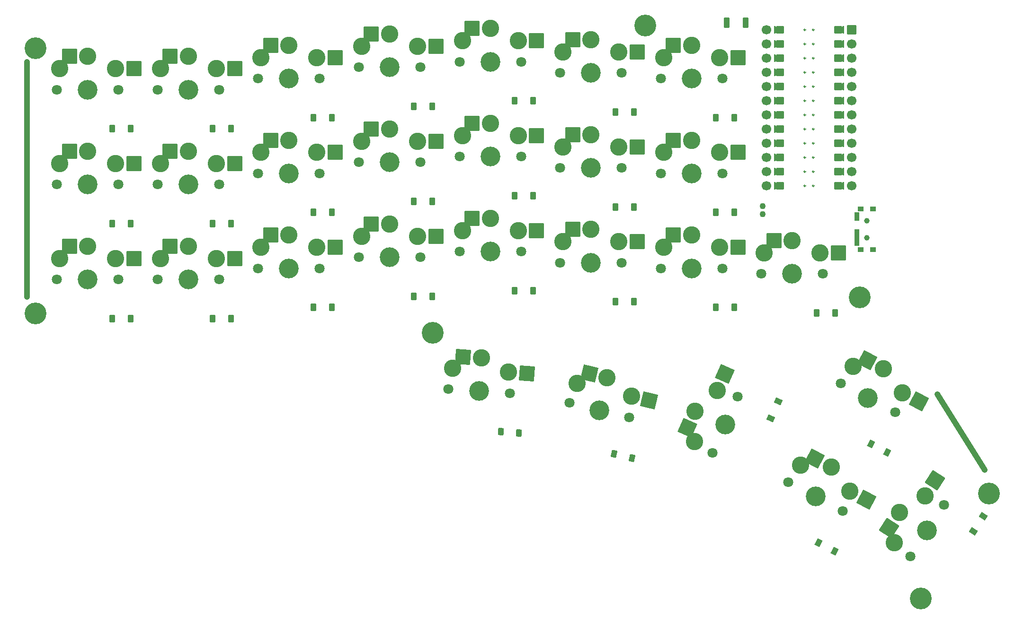
<source format=gbr>
%TF.GenerationSoftware,KiCad,Pcbnew,6.0.7*%
%TF.CreationDate,2022-09-27T18:21:25-04:00*%
%TF.ProjectId,flutter_v2_wren,666c7574-7465-4725-9f76-325f7772656e,v1.0.0*%
%TF.SameCoordinates,Original*%
%TF.FileFunction,Soldermask,Bot*%
%TF.FilePolarity,Negative*%
%FSLAX46Y46*%
G04 Gerber Fmt 4.6, Leading zero omitted, Abs format (unit mm)*
G04 Created by KiCad (PCBNEW 6.0.7) date 2022-09-27 18:21:25*
%MOMM*%
%LPD*%
G01*
G04 APERTURE LIST*
G04 Aperture macros list*
%AMRoundRect*
0 Rectangle with rounded corners*
0 $1 Rounding radius*
0 $2 $3 $4 $5 $6 $7 $8 $9 X,Y pos of 4 corners*
0 Add a 4 corners polygon primitive as box body*
4,1,4,$2,$3,$4,$5,$6,$7,$8,$9,$2,$3,0*
0 Add four circle primitives for the rounded corners*
1,1,$1+$1,$2,$3*
1,1,$1+$1,$4,$5*
1,1,$1+$1,$6,$7*
1,1,$1+$1,$8,$9*
0 Add four rect primitives between the rounded corners*
20,1,$1+$1,$2,$3,$4,$5,0*
20,1,$1+$1,$4,$5,$6,$7,0*
20,1,$1+$1,$6,$7,$8,$9,0*
20,1,$1+$1,$8,$9,$2,$3,0*%
%AMFreePoly0*
4,1,16,0.635355,1.035355,0.650000,1.000000,0.650000,-0.250000,0.635355,-0.285355,0.600000,-0.300000,-0.600000,-0.300000,-0.635355,-0.285355,-0.650000,-0.250000,-0.650000,1.000000,-0.635355,1.035355,-0.600000,1.050000,-0.564645,1.035355,0.000000,0.470710,0.564645,1.035355,0.600000,1.050000,0.635355,1.035355,0.635355,1.035355,$1*%
%AMFreePoly1*
4,1,14,0.635355,0.435355,0.650000,0.400000,0.650000,0.200000,0.635355,0.164645,0.035355,-0.435355,0.000000,-0.450000,-0.035355,-0.435355,-0.635355,0.164645,-0.650000,0.200000,-0.650000,0.400000,-0.635355,0.435355,-0.600000,0.450000,0.600000,0.450000,0.635355,0.435355,0.635355,0.435355,$1*%
G04 Aperture macros list end*
%ADD10C,1.000000*%
%ADD11C,0.100000*%
%ADD12C,0.250000*%
%ADD13C,1.100000*%
%ADD14RoundRect,0.050000X0.450000X0.600000X-0.450000X0.600000X-0.450000X-0.600000X0.450000X-0.600000X0*%
%ADD15RoundRect,0.050000X0.679009X0.318506X-0.115643X0.741031X-0.679009X-0.318506X0.115643X-0.741031X0*%
%ADD16C,3.900000*%
%ADD17RoundRect,0.050000X-1.300000X-1.300000X1.300000X-1.300000X1.300000X1.300000X-1.300000X1.300000X0*%
%ADD18C,3.100000*%
%ADD19C,3.529000*%
%ADD20C,1.801800*%
%ADD21RoundRect,0.050000X0.382241X-1.798302X1.798302X0.382241X-0.382241X1.798302X-1.798302X-0.382241X0*%
%ADD22RoundRect,0.050000X-1.758145X-0.537519X0.537519X-1.758145X1.758145X0.537519X-0.537519X1.758145X0*%
%ADD23RoundRect,0.050000X-1.387517X-1.206150X1.206150X-1.387517X1.387517X1.206150X-1.206150X1.387517X0*%
%ADD24RoundRect,0.050000X-0.350000X-0.750000X0.350000X-0.750000X0.350000X0.750000X-0.350000X0.750000X0*%
%ADD25C,1.000000*%
%ADD26RoundRect,0.050000X-0.500000X-0.400000X0.500000X-0.400000X0.500000X0.400000X-0.500000X0.400000X0*%
%ADD27RoundRect,0.050000X-1.567560X-0.960602X0.960602X-1.567560X1.567560X0.960602X-0.960602X1.567560X0*%
%ADD28RoundRect,0.050000X-0.365096X0.655137X-0.731159X-0.167053X0.365096X-0.655137X0.731159X0.167053X0*%
%ADD29RoundRect,0.050000X0.490758X0.567148X-0.407050X0.629929X-0.490758X-0.567148X0.407050X-0.629929X0*%
%ADD30RoundRect,0.050000X0.658851X-1.716367X1.716367X0.658851X-0.658851X1.716367X-1.716367X-0.658851X0*%
%ADD31RoundRect,0.050000X-0.258115X0.704185X-0.748290X-0.050618X0.258115X-0.704185X0.748290X0.050618X0*%
%ADD32RoundRect,0.050000X0.577634X0.478372X-0.297499X0.688472X-0.577634X-0.478372X0.297499X-0.688472X0*%
%ADD33FreePoly0,270.000000*%
%ADD34FreePoly0,90.000000*%
%ADD35FreePoly1,270.000000*%
%ADD36C,1.700000*%
%ADD37FreePoly1,90.000000*%
%ADD38RoundRect,0.050000X-0.800000X0.800000X-0.800000X-0.800000X0.800000X-0.800000X0.800000X0.800000X0*%
%ADD39RoundRect,0.050000X-0.450000X-0.850000X0.450000X-0.850000X0.450000X0.850000X-0.450000X0.850000X0*%
G04 APERTURE END LIST*
D10*
X151932595Y-20572423D02*
X160432595Y-34072423D01*
X-10822339Y38925536D02*
X-10822339Y-3074464D01*
%TO.C,MCU1*%
G36*
X123920000Y34052000D02*
G01*
X122904000Y34052000D01*
X122904000Y35068000D01*
X123920000Y35068000D01*
X123920000Y34052000D01*
G37*
D11*
X123920000Y34052000D02*
X122904000Y34052000D01*
X122904000Y35068000D01*
X123920000Y35068000D01*
X123920000Y34052000D01*
G36*
X123920000Y16272000D02*
G01*
X122904000Y16272000D01*
X122904000Y17288000D01*
X123920000Y17288000D01*
X123920000Y16272000D01*
G37*
X123920000Y16272000D02*
X122904000Y16272000D01*
X122904000Y17288000D01*
X123920000Y17288000D01*
X123920000Y16272000D01*
G36*
X135096000Y28972000D02*
G01*
X134080000Y28972000D01*
X134080000Y29988000D01*
X135096000Y29988000D01*
X135096000Y28972000D01*
G37*
X135096000Y28972000D02*
X134080000Y28972000D01*
X134080000Y29988000D01*
X135096000Y29988000D01*
X135096000Y28972000D01*
G36*
X123920000Y41672000D02*
G01*
X122904000Y41672000D01*
X122904000Y42688000D01*
X123920000Y42688000D01*
X123920000Y41672000D01*
G37*
X123920000Y41672000D02*
X122904000Y41672000D01*
X122904000Y42688000D01*
X123920000Y42688000D01*
X123920000Y41672000D01*
G36*
X135096000Y39132000D02*
G01*
X134080000Y39132000D01*
X134080000Y40148000D01*
X135096000Y40148000D01*
X135096000Y39132000D01*
G37*
X135096000Y39132000D02*
X134080000Y39132000D01*
X134080000Y40148000D01*
X135096000Y40148000D01*
X135096000Y39132000D01*
G36*
X135096000Y44212000D02*
G01*
X134080000Y44212000D01*
X134080000Y45228000D01*
X135096000Y45228000D01*
X135096000Y44212000D01*
G37*
X135096000Y44212000D02*
X134080000Y44212000D01*
X134080000Y45228000D01*
X135096000Y45228000D01*
X135096000Y44212000D01*
G36*
X135096000Y31512000D02*
G01*
X134080000Y31512000D01*
X134080000Y32528000D01*
X135096000Y32528000D01*
X135096000Y31512000D01*
G37*
X135096000Y31512000D02*
X134080000Y31512000D01*
X134080000Y32528000D01*
X135096000Y32528000D01*
X135096000Y31512000D01*
G36*
X123920000Y18812000D02*
G01*
X122904000Y18812000D01*
X122904000Y19828000D01*
X123920000Y19828000D01*
X123920000Y18812000D01*
G37*
X123920000Y18812000D02*
X122904000Y18812000D01*
X122904000Y19828000D01*
X123920000Y19828000D01*
X123920000Y18812000D01*
G36*
X123920000Y39132000D02*
G01*
X122904000Y39132000D01*
X122904000Y40148000D01*
X123920000Y40148000D01*
X123920000Y39132000D01*
G37*
X123920000Y39132000D02*
X122904000Y39132000D01*
X122904000Y40148000D01*
X123920000Y40148000D01*
X123920000Y39132000D01*
G36*
X123920000Y44212000D02*
G01*
X122904000Y44212000D01*
X122904000Y45228000D01*
X123920000Y45228000D01*
X123920000Y44212000D01*
G37*
X123920000Y44212000D02*
X122904000Y44212000D01*
X122904000Y45228000D01*
X123920000Y45228000D01*
X123920000Y44212000D01*
G36*
X135096000Y36592000D02*
G01*
X134080000Y36592000D01*
X134080000Y37608000D01*
X135096000Y37608000D01*
X135096000Y36592000D01*
G37*
X135096000Y36592000D02*
X134080000Y36592000D01*
X134080000Y37608000D01*
X135096000Y37608000D01*
X135096000Y36592000D01*
G36*
X135096000Y16272000D02*
G01*
X134080000Y16272000D01*
X134080000Y17288000D01*
X135096000Y17288000D01*
X135096000Y16272000D01*
G37*
X135096000Y16272000D02*
X134080000Y16272000D01*
X134080000Y17288000D01*
X135096000Y17288000D01*
X135096000Y16272000D01*
G36*
X123920000Y21352000D02*
G01*
X122904000Y21352000D01*
X122904000Y22368000D01*
X123920000Y22368000D01*
X123920000Y21352000D01*
G37*
X123920000Y21352000D02*
X122904000Y21352000D01*
X122904000Y22368000D01*
X123920000Y22368000D01*
X123920000Y21352000D01*
G36*
X123920000Y23892000D02*
G01*
X122904000Y23892000D01*
X122904000Y24908000D01*
X123920000Y24908000D01*
X123920000Y23892000D01*
G37*
X123920000Y23892000D02*
X122904000Y23892000D01*
X122904000Y24908000D01*
X123920000Y24908000D01*
X123920000Y23892000D01*
G36*
X135096000Y41672000D02*
G01*
X134080000Y41672000D01*
X134080000Y42688000D01*
X135096000Y42688000D01*
X135096000Y41672000D01*
G37*
X135096000Y41672000D02*
X134080000Y41672000D01*
X134080000Y42688000D01*
X135096000Y42688000D01*
X135096000Y41672000D01*
G36*
X123920000Y36592000D02*
G01*
X122904000Y36592000D01*
X122904000Y37608000D01*
X123920000Y37608000D01*
X123920000Y36592000D01*
G37*
X123920000Y36592000D02*
X122904000Y36592000D01*
X122904000Y37608000D01*
X123920000Y37608000D01*
X123920000Y36592000D01*
G36*
X135096000Y21352000D02*
G01*
X134080000Y21352000D01*
X134080000Y22368000D01*
X135096000Y22368000D01*
X135096000Y21352000D01*
G37*
X135096000Y21352000D02*
X134080000Y21352000D01*
X134080000Y22368000D01*
X135096000Y22368000D01*
X135096000Y21352000D01*
G36*
X135096000Y34052000D02*
G01*
X134080000Y34052000D01*
X134080000Y35068000D01*
X135096000Y35068000D01*
X135096000Y34052000D01*
G37*
X135096000Y34052000D02*
X134080000Y34052000D01*
X134080000Y35068000D01*
X135096000Y35068000D01*
X135096000Y34052000D01*
G36*
X123920000Y26432000D02*
G01*
X122904000Y26432000D01*
X122904000Y27448000D01*
X123920000Y27448000D01*
X123920000Y26432000D01*
G37*
X123920000Y26432000D02*
X122904000Y26432000D01*
X122904000Y27448000D01*
X123920000Y27448000D01*
X123920000Y26432000D01*
G36*
X135096000Y26432000D02*
G01*
X134080000Y26432000D01*
X134080000Y27448000D01*
X135096000Y27448000D01*
X135096000Y26432000D01*
G37*
X135096000Y26432000D02*
X134080000Y26432000D01*
X134080000Y27448000D01*
X135096000Y27448000D01*
X135096000Y26432000D01*
G36*
X135096000Y23892000D02*
G01*
X134080000Y23892000D01*
X134080000Y24908000D01*
X135096000Y24908000D01*
X135096000Y23892000D01*
G37*
X135096000Y23892000D02*
X134080000Y23892000D01*
X134080000Y24908000D01*
X135096000Y24908000D01*
X135096000Y23892000D01*
G36*
X123920000Y31512000D02*
G01*
X122904000Y31512000D01*
X122904000Y32528000D01*
X123920000Y32528000D01*
X123920000Y31512000D01*
G37*
X123920000Y31512000D02*
X122904000Y31512000D01*
X122904000Y32528000D01*
X123920000Y32528000D01*
X123920000Y31512000D01*
G36*
X135096000Y18812000D02*
G01*
X134080000Y18812000D01*
X134080000Y19828000D01*
X135096000Y19828000D01*
X135096000Y18812000D01*
G37*
X135096000Y18812000D02*
X134080000Y18812000D01*
X134080000Y19828000D01*
X135096000Y19828000D01*
X135096000Y18812000D01*
G36*
X123920000Y28972000D02*
G01*
X122904000Y28972000D01*
X122904000Y29988000D01*
X123920000Y29988000D01*
X123920000Y28972000D01*
G37*
X123920000Y28972000D02*
X122904000Y28972000D01*
X122904000Y29988000D01*
X123920000Y29988000D01*
X123920000Y28972000D01*
D12*
X129887000Y44720000D02*
G75*
G03*
X129887000Y44720000I-125000J0D01*
G01*
X128363000Y16780000D02*
G75*
G03*
X128363000Y16780000I-125000J0D01*
G01*
X128363000Y44720000D02*
G75*
G03*
X128363000Y44720000I-125000J0D01*
G01*
X128363000Y42180000D02*
G75*
G03*
X128363000Y42180000I-125000J0D01*
G01*
X128363000Y37100000D02*
G75*
G03*
X128363000Y37100000I-125000J0D01*
G01*
X129887000Y16780000D02*
G75*
G03*
X129887000Y16780000I-125000J0D01*
G01*
X129887000Y39640000D02*
G75*
G03*
X129887000Y39640000I-125000J0D01*
G01*
X128363000Y29480000D02*
G75*
G03*
X128363000Y29480000I-125000J0D01*
G01*
X128363000Y32020000D02*
G75*
G03*
X128363000Y32020000I-125000J0D01*
G01*
X129887000Y42180000D02*
G75*
G03*
X129887000Y42180000I-125000J0D01*
G01*
X129887000Y32020000D02*
G75*
G03*
X129887000Y32020000I-125000J0D01*
G01*
X128363000Y24400000D02*
G75*
G03*
X128363000Y24400000I-125000J0D01*
G01*
X129887000Y34560000D02*
G75*
G03*
X129887000Y34560000I-125000J0D01*
G01*
X129887000Y21860000D02*
G75*
G03*
X129887000Y21860000I-125000J0D01*
G01*
X129887000Y19320000D02*
G75*
G03*
X129887000Y19320000I-125000J0D01*
G01*
X128363000Y39640000D02*
G75*
G03*
X128363000Y39640000I-125000J0D01*
G01*
X128363000Y21860000D02*
G75*
G03*
X128363000Y21860000I-125000J0D01*
G01*
X128363000Y19320000D02*
G75*
G03*
X128363000Y19320000I-125000J0D01*
G01*
X129887000Y29480000D02*
G75*
G03*
X129887000Y29480000I-125000J0D01*
G01*
X129887000Y24400000D02*
G75*
G03*
X129887000Y24400000I-125000J0D01*
G01*
X129887000Y37100000D02*
G75*
G03*
X129887000Y37100000I-125000J0D01*
G01*
X129887000Y26940000D02*
G75*
G03*
X129887000Y26940000I-125000J0D01*
G01*
X128363000Y34560000D02*
G75*
G03*
X128363000Y34560000I-125000J0D01*
G01*
X128363000Y26940000D02*
G75*
G03*
X128363000Y26940000I-125000J0D01*
G01*
%TD*%
D13*
%TO.C,*%
X120677661Y11675536D03*
X120677661Y13175536D03*
%TD*%
D14*
%TO.C,D1*%
X4350000Y-7000000D03*
X7650000Y-7000000D03*
%TD*%
%TO.C,D2*%
X4350000Y10000000D03*
X7650000Y10000000D03*
%TD*%
%TO.C,D3*%
X4350000Y27000000D03*
X7650000Y27000000D03*
%TD*%
D15*
%TO.C,D24*%
X140099831Y-29449052D03*
X143013559Y-30998308D03*
%TD*%
D16*
%TO.C,REF\u002A\u002A*%
X61677661Y-9574464D03*
%TD*%
D17*
%TO.C,S2*%
X8275000Y20750000D03*
X-3275000Y22950000D03*
D18*
X-5000000Y20750000D03*
X5000000Y20750000D03*
X0Y22950000D03*
D19*
X0Y17000000D03*
D18*
X0Y22950000D03*
D20*
X-5500000Y17000000D03*
X5500000Y17000000D03*
%TD*%
D21*
%TO.C,S25*%
X151496064Y-35995151D03*
X143360408Y-44483590D03*
D19*
X150134191Y-44977546D03*
D18*
X149712372Y-38741797D03*
D20*
X147138676Y-49590234D03*
X153129706Y-40364858D03*
D18*
X144265981Y-47128502D03*
X145144101Y-41736944D03*
X145144101Y-41736944D03*
%TD*%
D15*
%TO.C,D23*%
X130710399Y-47108004D03*
X133624127Y-48657260D03*
%TD*%
D17*
%TO.C,S7*%
X44275000Y5750000D03*
X32725000Y7950000D03*
D18*
X31000000Y5750000D03*
D20*
X41500000Y2000000D03*
D18*
X41000000Y5750000D03*
D19*
X36000000Y2000000D03*
D18*
X36000000Y7950000D03*
X36000000Y7950000D03*
D20*
X30500000Y2000000D03*
%TD*%
D17*
%TO.C,S17*%
X98275000Y23750000D03*
X86725000Y25950000D03*
D20*
X95500000Y20000000D03*
X84500000Y20000000D03*
D18*
X90000000Y25950000D03*
X90000000Y25950000D03*
X95000000Y23750000D03*
D19*
X90000000Y20000000D03*
D18*
X85000000Y23750000D03*
%TD*%
D16*
%TO.C,REF\u002A\u002A*%
X99677661Y45483540D03*
%TD*%
D17*
%TO.C,S14*%
X80275000Y25750000D03*
X68725000Y27950000D03*
D18*
X72000000Y27950000D03*
X77000000Y25750000D03*
X67000000Y25750000D03*
D20*
X66500000Y22000000D03*
D18*
X72000000Y27950000D03*
D19*
X72000000Y22000000D03*
D20*
X77500000Y22000000D03*
%TD*%
D17*
%TO.C,S11*%
X62275000Y24750000D03*
X50725000Y26950000D03*
D18*
X54000000Y26950000D03*
D20*
X59500000Y21000000D03*
D18*
X54000000Y26950000D03*
X59000000Y24750000D03*
D20*
X48500000Y21000000D03*
D18*
X49000000Y24750000D03*
D19*
X54000000Y21000000D03*
%TD*%
D14*
%TO.C,D17*%
X94350000Y13000000D03*
X97650000Y13000000D03*
%TD*%
D17*
%TO.C,S8*%
X44275000Y22750000D03*
X32725000Y24950000D03*
D19*
X36000000Y19000000D03*
D18*
X41000000Y22750000D03*
X36000000Y24950000D03*
X31000000Y22750000D03*
X36000000Y24950000D03*
D20*
X41500000Y19000000D03*
X30500000Y19000000D03*
%TD*%
D16*
%TO.C,REF\u002A\u002A*%
X-9322339Y-6074464D03*
%TD*%
D17*
%TO.C,S18*%
X98275000Y40750000D03*
X86725000Y42950000D03*
D19*
X90000000Y37000000D03*
D18*
X85000000Y40750000D03*
D20*
X84500000Y37000000D03*
D18*
X95000000Y40750000D03*
D20*
X95500000Y37000000D03*
D18*
X90000000Y42950000D03*
X90000000Y42950000D03*
%TD*%
D17*
%TO.C,S6*%
X26275000Y37750000D03*
X14725000Y39950000D03*
D18*
X13000000Y37750000D03*
D19*
X18000000Y34000000D03*
D18*
X18000000Y39950000D03*
X18000000Y39950000D03*
D20*
X23500000Y34000000D03*
D18*
X23000000Y37750000D03*
D20*
X12500000Y34000000D03*
%TD*%
D16*
%TO.C,REF\u002A\u002A*%
X138054479Y-3222702D03*
%TD*%
D14*
%TO.C,D11*%
X58350000Y14000000D03*
X61650000Y14000000D03*
%TD*%
D16*
%TO.C,REF\u002A\u002A*%
X149005076Y-57092882D03*
%TD*%
D14*
%TO.C,D19*%
X112350000Y-5000000D03*
X115650000Y-5000000D03*
%TD*%
D17*
%TO.C,S4*%
X26275000Y3750000D03*
X14725000Y5950000D03*
D18*
X18000000Y5950000D03*
X13000000Y3750000D03*
D19*
X18000000Y0D03*
D20*
X23500000Y0D03*
D18*
X23000000Y3750000D03*
D20*
X12500000Y0D03*
D18*
X18000000Y5950000D03*
%TD*%
D22*
%TO.C,S24*%
X148612220Y-21800041D03*
X139447012Y-14435159D03*
D20*
X144401522Y-23808311D03*
D18*
X136891090Y-15567806D03*
X145720566Y-20262521D03*
X142338666Y-15972679D03*
D20*
X134689098Y-18644123D03*
D19*
X139545310Y-21226217D03*
D18*
X142338666Y-15972679D03*
%TD*%
D14*
%TO.C,D20*%
X112350000Y12000000D03*
X115650000Y12000000D03*
%TD*%
D17*
%TO.C,S10*%
X62275000Y7750000D03*
X50725000Y9950000D03*
D18*
X54000000Y9950000D03*
X54000000Y9950000D03*
X49000000Y7750000D03*
D19*
X54000000Y4000000D03*
D18*
X59000000Y7750000D03*
D20*
X59500000Y4000000D03*
X48500000Y4000000D03*
%TD*%
D17*
%TO.C,S3*%
X8275000Y37750000D03*
X-3275000Y39950000D03*
D20*
X-5500000Y34000000D03*
D19*
X0Y34000000D03*
D18*
X5000000Y37750000D03*
X0Y39950000D03*
X-5000000Y37750000D03*
D20*
X5500000Y34000000D03*
D18*
X0Y39950000D03*
%TD*%
D23*
%TO.C,S27*%
X78516429Y-16836370D03*
X67148029Y-13836041D03*
D20*
X64513398Y-19616339D03*
D18*
X70415051Y-14064494D03*
D19*
X70000000Y-20000000D03*
D18*
X70415051Y-14064494D03*
X75249407Y-16607917D03*
D20*
X75486602Y-20383661D03*
D18*
X65273767Y-15910352D03*
%TD*%
D17*
%TO.C,S13*%
X80275000Y8750000D03*
X68725000Y10950000D03*
D19*
X72000000Y5000000D03*
D18*
X67000000Y8750000D03*
D20*
X77500000Y5000000D03*
X66500000Y5000000D03*
D18*
X72000000Y10950000D03*
X72000000Y10950000D03*
X77000000Y8750000D03*
%TD*%
D14*
%TO.C,D18*%
X94350000Y30000000D03*
X97650000Y30000000D03*
%TD*%
D17*
%TO.C,S21*%
X116275000Y39750000D03*
X104725000Y41950000D03*
D19*
X108000000Y36000000D03*
D20*
X102500000Y36000000D03*
D18*
X108000000Y41950000D03*
X113000000Y39750000D03*
D20*
X113500000Y36000000D03*
D18*
X108000000Y41950000D03*
X103000000Y39750000D03*
%TD*%
D17*
%TO.C,S20*%
X116275000Y22750000D03*
X104725000Y24950000D03*
D19*
X108000000Y19000000D03*
D18*
X108000000Y24950000D03*
D20*
X113500000Y19000000D03*
D18*
X103000000Y22750000D03*
X113000000Y22750000D03*
D20*
X102500000Y19000000D03*
D18*
X108000000Y24950000D03*
%TD*%
D14*
%TO.C,D10*%
X58350000Y-3000000D03*
X61650000Y-3000000D03*
%TD*%
%TO.C,D13*%
X76350000Y-2000000D03*
X79650000Y-2000000D03*
%TD*%
%TO.C,D15*%
X76350000Y32000000D03*
X79650000Y32000000D03*
%TD*%
D24*
%TO.C,*%
X137570000Y6750000D03*
X137570000Y8250000D03*
X137570000Y11250000D03*
D25*
X139330000Y7500000D03*
D26*
X138220000Y12650000D03*
D25*
X139330000Y7500000D03*
D26*
X140430000Y5350000D03*
D25*
X139330000Y10500000D03*
D26*
X140430000Y12650000D03*
D25*
X139330000Y10500000D03*
D26*
X138220000Y5350000D03*
%TD*%
D14*
%TO.C,D26*%
X130350000Y-6000000D03*
X133650000Y-6000000D03*
%TD*%
D17*
%TO.C,S15*%
X80275000Y42750000D03*
X68725000Y44950000D03*
D20*
X66500000Y39000000D03*
D18*
X72000000Y44950000D03*
X67000000Y42750000D03*
X77000000Y42750000D03*
D19*
X72000000Y39000000D03*
D20*
X77500000Y39000000D03*
D18*
X72000000Y44950000D03*
%TD*%
D14*
%TO.C,D4*%
X22350000Y-7000000D03*
X25650000Y-7000000D03*
%TD*%
D17*
%TO.C,S5*%
X26275000Y20750000D03*
X14725000Y22950000D03*
D18*
X18000000Y22950000D03*
D20*
X23500000Y17000000D03*
D18*
X23000000Y20750000D03*
X13000000Y20750000D03*
D20*
X12500000Y17000000D03*
D18*
X18000000Y22950000D03*
D19*
X18000000Y17000000D03*
%TD*%
D17*
%TO.C,S9*%
X44275000Y39750000D03*
X32725000Y41950000D03*
D18*
X41000000Y39750000D03*
D20*
X41500000Y36000000D03*
D18*
X36000000Y41950000D03*
D20*
X30500000Y36000000D03*
D18*
X31000000Y39750000D03*
X36000000Y41950000D03*
D19*
X36000000Y36000000D03*
%TD*%
D14*
%TO.C,D7*%
X40350000Y-5000000D03*
X43650000Y-5000000D03*
%TD*%
D17*
%TO.C,S16*%
X98275000Y6750000D03*
X86725000Y8950000D03*
D18*
X95000000Y6750000D03*
X85000000Y6750000D03*
D20*
X95500000Y3000000D03*
X84500000Y3000000D03*
D18*
X90000000Y8950000D03*
D19*
X90000000Y3000000D03*
D18*
X90000000Y8950000D03*
%TD*%
D27*
%TO.C,S28*%
X100421781Y-21685373D03*
X89704488Y-16849865D03*
D18*
X97237270Y-20920840D03*
X92889000Y-17614399D03*
D20*
X96848035Y-24683950D03*
D18*
X92889000Y-17614399D03*
D19*
X91500000Y-23400000D03*
D20*
X86151965Y-22116050D03*
D18*
X87513571Y-18586386D03*
%TD*%
D14*
%TO.C,D16*%
X94350000Y-4000000D03*
X97650000Y-4000000D03*
%TD*%
%TO.C,D8*%
X40350000Y12000000D03*
X43650000Y12000000D03*
%TD*%
D28*
%TO.C,D22*%
X122164123Y-24873234D03*
X123506353Y-21858534D03*
%TD*%
D29*
%TO.C,D27*%
X73851108Y-27286389D03*
X77143070Y-27516585D03*
%TD*%
D30*
%TO.C,S22*%
X113939950Y-16915149D03*
X107232342Y-26571778D03*
D20*
X111762948Y-31024500D03*
D19*
X114000000Y-26000000D03*
D20*
X116237052Y-20975500D03*
D18*
X112607888Y-19907010D03*
X108564405Y-23579917D03*
X108540521Y-29042465D03*
X108564405Y-23579917D03*
%TD*%
D31*
%TO.C,D25*%
X158374065Y-45141802D03*
X160171373Y-42374190D03*
%TD*%
D16*
%TO.C,REF\u002A\u002A*%
X-9322339Y41425536D03*
%TD*%
D32*
%TO.C,D28*%
X94095692Y-31222077D03*
X97304512Y-31992447D03*
%TD*%
D14*
%TO.C,D21*%
X112350000Y29000000D03*
X115650000Y29000000D03*
%TD*%
%TO.C,D9*%
X40350000Y29000000D03*
X43650000Y29000000D03*
%TD*%
%TO.C,D12*%
X58350000Y31000000D03*
X61650000Y31000000D03*
%TD*%
D17*
%TO.C,S12*%
X62275000Y41750000D03*
X50725000Y43950000D03*
D20*
X59500000Y38000000D03*
X48500000Y38000000D03*
D18*
X49000000Y41750000D03*
X59000000Y41750000D03*
D19*
X54000000Y38000000D03*
D18*
X54000000Y43950000D03*
X54000000Y43950000D03*
%TD*%
D16*
%TO.C,REF\u002A\u002A*%
X161177661Y-38318191D03*
%TD*%
D14*
%TO.C,D5*%
X22350000Y10000000D03*
X25650000Y10000000D03*
%TD*%
D33*
%TO.C,MCU1*%
X133826000Y44720000D03*
X133826000Y42180000D03*
X133826000Y39640000D03*
X133826000Y37100000D03*
X133826000Y34560000D03*
X133826000Y32020000D03*
X133826000Y29480000D03*
X133826000Y26940000D03*
X133826000Y24400000D03*
X133826000Y21860000D03*
X133826000Y19320000D03*
X133826000Y16780000D03*
D34*
X124174000Y16780000D03*
X124174000Y19320000D03*
X124174000Y21860000D03*
X124174000Y24400000D03*
X124174000Y26940000D03*
X124174000Y29480000D03*
X124174000Y32020000D03*
X124174000Y34560000D03*
X124174000Y37100000D03*
X124174000Y39640000D03*
X124174000Y42180000D03*
X124174000Y44720000D03*
D35*
X134842000Y16780000D03*
D36*
X136620000Y16780000D03*
X121380000Y39640000D03*
D37*
X123158000Y21860000D03*
D36*
X136620000Y34560000D03*
D35*
X134842000Y39640000D03*
D37*
X123158000Y44720000D03*
X123158000Y29480000D03*
D36*
X121380000Y21860000D03*
D35*
X134842000Y19320000D03*
D36*
X121380000Y44720000D03*
X121380000Y26940000D03*
D38*
X136620000Y44720000D03*
D36*
X121380000Y16780000D03*
D37*
X123158000Y32020000D03*
D36*
X121380000Y19320000D03*
X136620000Y39640000D03*
X136620000Y21860000D03*
D35*
X134842000Y37100000D03*
D37*
X123158000Y39640000D03*
X123158000Y42180000D03*
X123158000Y19320000D03*
X123158000Y37100000D03*
D36*
X121380000Y32020000D03*
D35*
X134842000Y24400000D03*
D36*
X136620000Y29480000D03*
X136620000Y32020000D03*
D37*
X123158000Y24400000D03*
D35*
X134842000Y34560000D03*
D36*
X136620000Y42180000D03*
X121380000Y42180000D03*
X136620000Y19320000D03*
X121380000Y37100000D03*
D35*
X134842000Y21860000D03*
X134842000Y26940000D03*
X134842000Y44720000D03*
D36*
X121380000Y34560000D03*
D37*
X123158000Y16780000D03*
X123158000Y26940000D03*
D36*
X136620000Y37100000D03*
D35*
X134842000Y42180000D03*
X134842000Y29480000D03*
D37*
X123158000Y34560000D03*
D35*
X134842000Y32020000D03*
D36*
X121380000Y24400000D03*
X136620000Y24400000D03*
X136620000Y44720000D03*
X136620000Y26940000D03*
X121380000Y29480000D03*
%TD*%
D39*
%TO.C,*%
X117700000Y46000000D03*
X114300000Y46000000D03*
%TD*%
D17*
%TO.C,S19*%
X116275000Y5750000D03*
X104725000Y7950000D03*
D20*
X102500000Y2000000D03*
D19*
X108000000Y2000000D03*
D18*
X103000000Y5750000D03*
X108000000Y7950000D03*
X113000000Y5750000D03*
X108000000Y7950000D03*
D20*
X113500000Y2000000D03*
%TD*%
D14*
%TO.C,D14*%
X76350000Y15000000D03*
X79650000Y15000000D03*
%TD*%
D17*
%TO.C,S26*%
X134275000Y4750000D03*
X122725000Y6950000D03*
D20*
X120500000Y1000000D03*
D18*
X126000000Y6950000D03*
X121000000Y4750000D03*
D19*
X126000000Y1000000D03*
D18*
X131000000Y4750000D03*
D20*
X131500000Y1000000D03*
D18*
X126000000Y6950000D03*
%TD*%
D14*
%TO.C,D6*%
X22350000Y27000000D03*
X25650000Y27000000D03*
%TD*%
D17*
%TO.C,S1*%
X8275000Y3750000D03*
X-3275000Y5950000D03*
D18*
X-5000000Y3750000D03*
X0Y5950000D03*
X0Y5950000D03*
D20*
X5500000Y0D03*
D18*
X5000000Y3750000D03*
D20*
X-5500000Y0D03*
D19*
X0Y0D03*
%TD*%
D22*
%TO.C,S23*%
X139222789Y-39458993D03*
X130057581Y-32094111D03*
D18*
X136331135Y-37921473D03*
X132949235Y-33631631D03*
D20*
X135012091Y-41467263D03*
D18*
X132949235Y-33631631D03*
X127501659Y-33226758D03*
D19*
X130155879Y-38885169D03*
D20*
X125299667Y-36303075D03*
%TD*%
M02*

</source>
